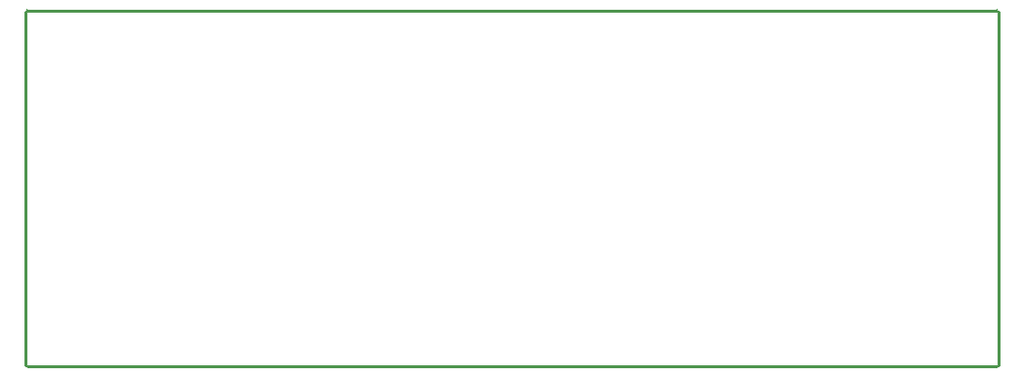
<source format=gm1>
%FSLAX24Y24*%
%MOIN*%
G70*
G01*
G75*
G04 Layer_Color=16711935*
%ADD10R,0.0669X0.0433*%
%ADD11R,0.0157X0.0276*%
%ADD12O,0.0236X0.0866*%
%ADD13R,0.0276X0.0157*%
%ADD14R,0.0512X0.0394*%
%ADD15R,0.0512X0.0236*%
%ADD16O,0.0669X0.0177*%
%ADD17R,0.1559X0.1559*%
%ADD18R,0.0433X0.0669*%
%ADD19C,0.0200*%
%ADD20C,0.0100*%
%ADD21C,0.0591*%
%ADD22R,0.0591X0.0591*%
%ADD23C,0.0965*%
%ADD24C,0.0290*%
%ADD25C,0.0098*%
%ADD26C,0.0236*%
%ADD27C,0.0079*%
%ADD28C,0.0050*%
%ADD29C,0.0059*%
%ADD30C,0.0070*%
%ADD31R,0.0749X0.0513*%
%ADD32R,0.0237X0.0356*%
%ADD33O,0.0316X0.0946*%
%ADD34R,0.0356X0.0237*%
%ADD35R,0.0592X0.0474*%
%ADD36R,0.0592X0.0316*%
%ADD37O,0.0749X0.0257*%
%ADD38R,0.1639X0.1639*%
%ADD39R,0.0513X0.0749*%
%ADD40C,0.0671*%
%ADD41R,0.0671X0.0671*%
%ADD42C,0.1045*%
%ADD43C,0.0370*%
%ADD44C,0.0340*%
D20*
X150Y250D02*
G03*
X200Y200I50J0D01*
G01*
X150Y250D02*
G03*
X200Y200I50J0D01*
G01*
X150Y250D02*
G03*
X200Y200I50J0D01*
G01*
Y12350D02*
G03*
X150Y12300I0J-50D01*
G01*
X200Y12350D02*
G03*
X150Y12300I0J-50D01*
G01*
X33250Y200D02*
G03*
X33300Y250I0J50D01*
G01*
X33250Y200D02*
G03*
X33300Y250I0J50D01*
G01*
Y12300D02*
G03*
X33250Y12350I-50J0D01*
G01*
X33300Y12300D02*
G03*
X33250Y12350I-50J0D01*
G01*
X200Y200D02*
X33250D01*
X150Y250D02*
Y12300D01*
X200Y12350D02*
X33250D01*
X33300Y250D02*
Y12300D01*
M02*

</source>
